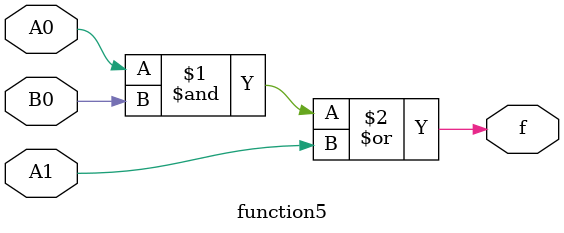
<source format=v>
module function5(A0,A1,B0,f);
    input A0,A1,B0;
    output f;
    assign f = (A0&B0)|A1;
endmodule

</source>
